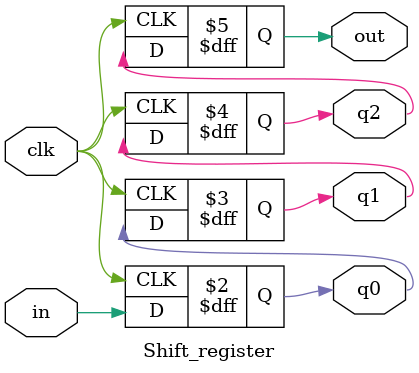
<source format=v>
`timescale 1ns / 1ps

module Shift_register(q0, q1, q2, out, in, clk);
input in, clk;
output reg q0, q1, q2, out; 


always@(posedge clk)
begin
    q0  <= in;
    q1  <= q0;
    q2  <= q1;
    out <= q2;
end 
endmodule
</source>
